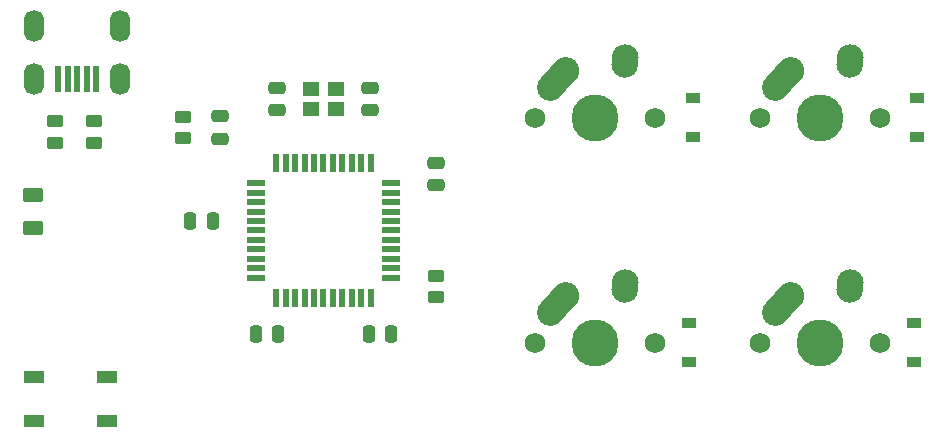
<source format=gbs>
%TF.GenerationSoftware,KiCad,Pcbnew,(6.0.5)*%
%TF.CreationDate,2022-05-13T23:52:20-07:00*%
%TF.ProjectId,keyboard-pcb-tutorial,6b657962-6f61-4726-942d-7063622d7475,rev?*%
%TF.SameCoordinates,Original*%
%TF.FileFunction,Soldermask,Bot*%
%TF.FilePolarity,Negative*%
%FSLAX46Y46*%
G04 Gerber Fmt 4.6, Leading zero omitted, Abs format (unit mm)*
G04 Created by KiCad (PCBNEW (6.0.5)) date 2022-05-13 23:52:20*
%MOMM*%
%LPD*%
G01*
G04 APERTURE LIST*
G04 Aperture macros list*
%AMRoundRect*
0 Rectangle with rounded corners*
0 $1 Rounding radius*
0 $2 $3 $4 $5 $6 $7 $8 $9 X,Y pos of 4 corners*
0 Add a 4 corners polygon primitive as box body*
4,1,4,$2,$3,$4,$5,$6,$7,$8,$9,$2,$3,0*
0 Add four circle primitives for the rounded corners*
1,1,$1+$1,$2,$3*
1,1,$1+$1,$4,$5*
1,1,$1+$1,$6,$7*
1,1,$1+$1,$8,$9*
0 Add four rect primitives between the rounded corners*
20,1,$1+$1,$2,$3,$4,$5,0*
20,1,$1+$1,$4,$5,$6,$7,0*
20,1,$1+$1,$6,$7,$8,$9,0*
20,1,$1+$1,$8,$9,$2,$3,0*%
%AMHorizOval*
0 Thick line with rounded ends*
0 $1 width*
0 $2 $3 position (X,Y) of the first rounded end (center of the circle)*
0 $4 $5 position (X,Y) of the second rounded end (center of the circle)*
0 Add line between two ends*
20,1,$1,$2,$3,$4,$5,0*
0 Add two circle primitives to create the rounded ends*
1,1,$1,$2,$3*
1,1,$1,$4,$5*%
G04 Aperture macros list end*
%ADD10C,1.750000*%
%ADD11C,3.987800*%
%ADD12C,2.250000*%
%ADD13HorizOval,2.250000X0.655001X0.730000X-0.655001X-0.730000X0*%
%ADD14HorizOval,2.250000X0.020000X0.290000X-0.020000X-0.290000X0*%
%ADD15RoundRect,0.250000X0.450000X-0.262500X0.450000X0.262500X-0.450000X0.262500X-0.450000X-0.262500X0*%
%ADD16R,1.200000X0.900000*%
%ADD17RoundRect,0.250000X0.475000X-0.250000X0.475000X0.250000X-0.475000X0.250000X-0.475000X-0.250000X0*%
%ADD18RoundRect,0.250000X0.625000X-0.375000X0.625000X0.375000X-0.625000X0.375000X-0.625000X-0.375000X0*%
%ADD19RoundRect,0.250000X-0.250000X-0.475000X0.250000X-0.475000X0.250000X0.475000X-0.250000X0.475000X0*%
%ADD20RoundRect,0.250000X0.250000X0.475000X-0.250000X0.475000X-0.250000X-0.475000X0.250000X-0.475000X0*%
%ADD21R,0.500000X2.250000*%
%ADD22O,1.700000X2.700000*%
%ADD23RoundRect,0.250000X-0.450000X0.262500X-0.450000X-0.262500X0.450000X-0.262500X0.450000X0.262500X0*%
%ADD24R,1.400000X1.200000*%
%ADD25RoundRect,0.250000X-0.475000X0.250000X-0.475000X-0.250000X0.475000X-0.250000X0.475000X0.250000X0*%
%ADD26R,1.500000X0.550000*%
%ADD27R,0.550000X1.500000*%
%ADD28R,1.800000X1.100000*%
G04 APERTURE END LIST*
D10*
%TO.C,MX4*%
X124301250Y-115887500D03*
X134461250Y-115887500D03*
D11*
X129381250Y-115887500D03*
D12*
X126881250Y-111887500D03*
D13*
X126226251Y-112617500D03*
D12*
X131921250Y-110807500D03*
D14*
X131901250Y-111097500D03*
%TD*%
D10*
%TO.C,MX3*%
X124301250Y-96837500D03*
D11*
X129381250Y-96837500D03*
D10*
X134461250Y-96837500D03*
D13*
X126226251Y-93567500D03*
D12*
X126881250Y-92837500D03*
X131921250Y-91757500D03*
D14*
X131901250Y-92047500D03*
%TD*%
D10*
%TO.C,MX1*%
X105251250Y-96837500D03*
D11*
X110331250Y-96837500D03*
D10*
X115411250Y-96837500D03*
D12*
X107831250Y-92837500D03*
D13*
X107176251Y-93567500D03*
D14*
X112851250Y-92047500D03*
D12*
X112871250Y-91757500D03*
%TD*%
D11*
%TO.C,MX2*%
X110331250Y-115887500D03*
D10*
X115411250Y-115887500D03*
X105251250Y-115887500D03*
D12*
X107831250Y-111887500D03*
D13*
X107176251Y-112617500D03*
D12*
X112871250Y-110807500D03*
D14*
X112851250Y-111097500D03*
%TD*%
D15*
%TO.C,R3*%
X75406250Y-98543750D03*
X75406250Y-96718750D03*
%TD*%
D16*
%TO.C,D1*%
X118618000Y-98487500D03*
X118618000Y-95187500D03*
%TD*%
D17*
%TO.C,C1*%
X78581250Y-98581250D03*
X78581250Y-96681250D03*
%TD*%
D18*
%TO.C,F1*%
X62706250Y-106175000D03*
X62706250Y-103375000D03*
%TD*%
D17*
%TO.C,C4*%
X96837500Y-102550000D03*
X96837500Y-100650000D03*
%TD*%
D19*
%TO.C,C7*%
X81600000Y-115093750D03*
X83500000Y-115093750D03*
%TD*%
D20*
%TO.C,C6*%
X77943750Y-105568750D03*
X76043750Y-105568750D03*
%TD*%
D21*
%TO.C,USB1*%
X68052750Y-93527000D03*
X67252750Y-93527000D03*
X66452750Y-93527000D03*
X65652750Y-93527000D03*
X64852750Y-93527000D03*
D22*
X62802750Y-89027000D03*
X70102750Y-93527000D03*
X70102750Y-89027000D03*
X62802750Y-93527000D03*
%TD*%
D16*
%TO.C,D4*%
X137318750Y-117537500D03*
X137318750Y-114237500D03*
%TD*%
D23*
%TO.C,R4*%
X96837500Y-110212500D03*
X96837500Y-112037500D03*
%TD*%
%TO.C,R1*%
X64547750Y-97131500D03*
X64547750Y-98956500D03*
%TD*%
D17*
%TO.C,C2*%
X83343750Y-96200000D03*
X83343750Y-94300000D03*
%TD*%
D16*
%TO.C,D3*%
X137541000Y-98487500D03*
X137541000Y-95187500D03*
%TD*%
D24*
%TO.C,Y1*%
X88412500Y-96100000D03*
X86212500Y-96100000D03*
X86212500Y-94400000D03*
X88412500Y-94400000D03*
%TD*%
D25*
%TO.C,C3*%
X91281250Y-94300000D03*
X91281250Y-96200000D03*
%TD*%
D26*
%TO.C,U1*%
X81612500Y-110362500D03*
X81612500Y-109562500D03*
X81612500Y-108762500D03*
X81612500Y-107962500D03*
X81612500Y-107162500D03*
X81612500Y-106362500D03*
X81612500Y-105562500D03*
X81612500Y-104762500D03*
X81612500Y-103962500D03*
X81612500Y-103162500D03*
X81612500Y-102362500D03*
D27*
X83312500Y-100662500D03*
X84112500Y-100662500D03*
X84912500Y-100662500D03*
X85712500Y-100662500D03*
X86512500Y-100662500D03*
X87312500Y-100662500D03*
X88112500Y-100662500D03*
X88912500Y-100662500D03*
X89712500Y-100662500D03*
X90512500Y-100662500D03*
X91312500Y-100662500D03*
D26*
X93012500Y-102362500D03*
X93012500Y-103162500D03*
X93012500Y-103962500D03*
X93012500Y-104762500D03*
X93012500Y-105562500D03*
X93012500Y-106362500D03*
X93012500Y-107162500D03*
X93012500Y-107962500D03*
X93012500Y-108762500D03*
X93012500Y-109562500D03*
X93012500Y-110362500D03*
D27*
X91312500Y-112062500D03*
X90512500Y-112062500D03*
X89712500Y-112062500D03*
X88912500Y-112062500D03*
X88112500Y-112062500D03*
X87312500Y-112062500D03*
X86512500Y-112062500D03*
X85712500Y-112062500D03*
X84912500Y-112062500D03*
X84112500Y-112062500D03*
X83312500Y-112062500D03*
%TD*%
D28*
%TO.C,SW1*%
X62781250Y-122500000D03*
X68981250Y-118800000D03*
X62781250Y-118800000D03*
X68981250Y-122500000D03*
%TD*%
D23*
%TO.C,R2*%
X67849750Y-97131500D03*
X67849750Y-98956500D03*
%TD*%
D20*
%TO.C,C5*%
X93025000Y-115093750D03*
X91125000Y-115093750D03*
%TD*%
D16*
%TO.C,D2*%
X118268750Y-117537500D03*
X118268750Y-114237500D03*
%TD*%
M02*

</source>
